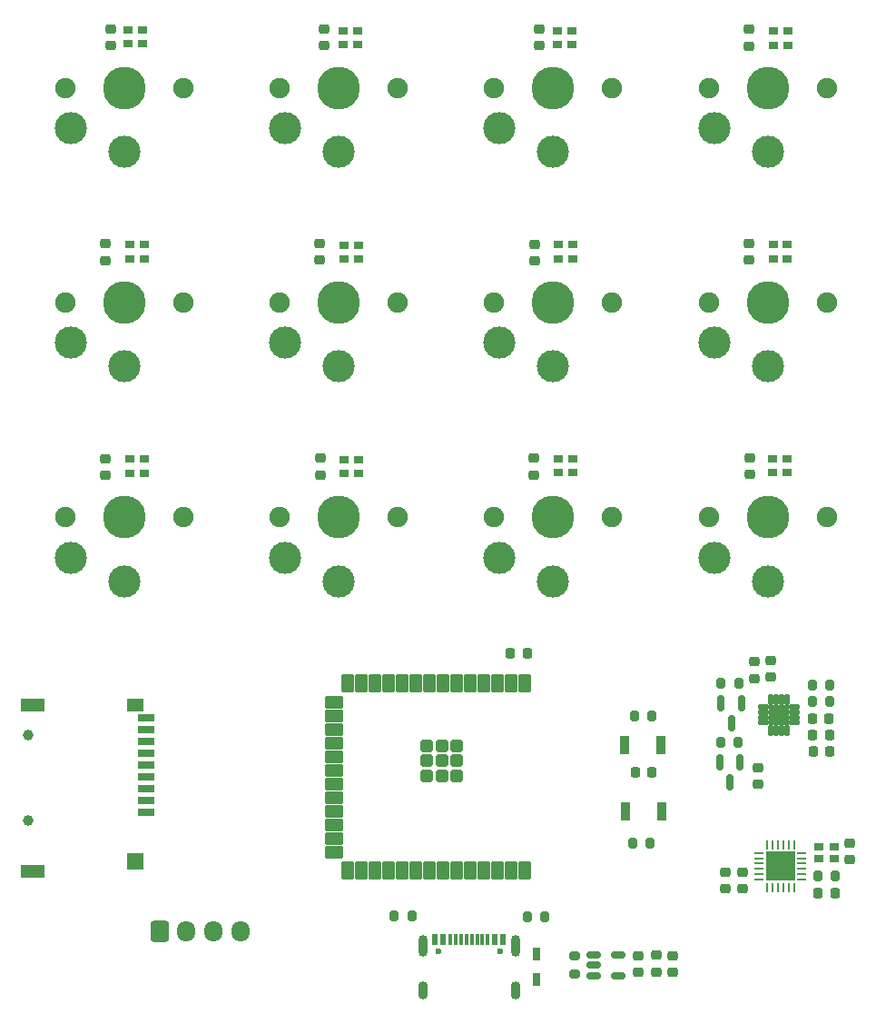
<source format=gbr>
%TF.GenerationSoftware,KiCad,Pcbnew,8.0.1*%
%TF.CreationDate,2024-09-01T11:50:54+02:00*%
%TF.ProjectId,Macro keyboard,4d616372-6f20-46b6-9579-626f6172642e,rev?*%
%TF.SameCoordinates,Original*%
%TF.FileFunction,Soldermask,Top*%
%TF.FilePolarity,Negative*%
%FSLAX46Y46*%
G04 Gerber Fmt 4.6, Leading zero omitted, Abs format (unit mm)*
G04 Created by KiCad (PCBNEW 8.0.1) date 2024-09-01 11:50:54*
%MOMM*%
%LPD*%
G01*
G04 APERTURE LIST*
G04 Aperture macros list*
%AMRoundRect*
0 Rectangle with rounded corners*
0 $1 Rounding radius*
0 $2 $3 $4 $5 $6 $7 $8 $9 X,Y pos of 4 corners*
0 Add a 4 corners polygon primitive as box body*
4,1,4,$2,$3,$4,$5,$6,$7,$8,$9,$2,$3,0*
0 Add four circle primitives for the rounded corners*
1,1,$1+$1,$2,$3*
1,1,$1+$1,$4,$5*
1,1,$1+$1,$6,$7*
1,1,$1+$1,$8,$9*
0 Add four rect primitives between the rounded corners*
20,1,$1+$1,$2,$3,$4,$5,0*
20,1,$1+$1,$4,$5,$6,$7,0*
20,1,$1+$1,$6,$7,$8,$9,0*
20,1,$1+$1,$8,$9,$2,$3,0*%
G04 Aperture macros list end*
%ADD10R,0.900000X0.800000*%
%ADD11RoundRect,0.225000X0.250000X-0.225000X0.250000X0.225000X-0.250000X0.225000X-0.250000X-0.225000X0*%
%ADD12RoundRect,0.150000X-0.150000X0.587500X-0.150000X-0.587500X0.150000X-0.587500X0.150000X0.587500X0*%
%ADD13R,0.900000X1.700000*%
%ADD14RoundRect,0.250000X-0.600000X-0.725000X0.600000X-0.725000X0.600000X0.725000X-0.600000X0.725000X0*%
%ADD15O,1.700000X1.950000*%
%ADD16R,2.200000X1.200000*%
%ADD17R,1.500000X1.600000*%
%ADD18R,1.500000X1.200000*%
%ADD19R,1.600000X0.700000*%
%ADD20C,1.000000*%
%ADD21RoundRect,0.102000X0.850000X0.850000X-0.850000X0.850000X-0.850000X-0.850000X0.850000X-0.850000X0*%
%ADD22RoundRect,0.060500X0.181500X0.461500X-0.181500X0.461500X-0.181500X-0.461500X0.181500X-0.461500X0*%
%ADD23RoundRect,0.060500X0.461500X0.181500X-0.461500X0.181500X-0.461500X-0.181500X0.461500X-0.181500X0*%
%ADD24RoundRect,0.102000X-0.750000X0.450000X-0.750000X-0.450000X0.750000X-0.450000X0.750000X0.450000X0*%
%ADD25RoundRect,0.102000X-0.450000X0.750000X-0.450000X-0.750000X0.450000X-0.750000X0.450000X0.750000X0*%
%ADD26RoundRect,0.102000X-0.450000X0.450000X-0.450000X-0.450000X0.450000X-0.450000X0.450000X0.450000X0*%
%ADD27C,1.900000*%
%ADD28C,3.000000*%
%ADD29C,3.987800*%
%ADD30O,0.900000X1.700000*%
%ADD31O,0.900000X2.000000*%
%ADD32R,0.600000X1.140000*%
%ADD33R,0.300000X1.140000*%
%ADD34C,0.600000*%
%ADD35R,0.850000X0.650000*%
%ADD36RoundRect,0.102000X-0.250000X0.525000X-0.250000X-0.525000X0.250000X-0.525000X0.250000X0.525000X0*%
%ADD37RoundRect,0.150000X-0.512500X-0.150000X0.512500X-0.150000X0.512500X0.150000X-0.512500X0.150000X0*%
%ADD38RoundRect,0.200000X-0.200000X-0.275000X0.200000X-0.275000X0.200000X0.275000X-0.200000X0.275000X0*%
%ADD39RoundRect,0.225000X-0.250000X0.225000X-0.250000X-0.225000X0.250000X-0.225000X0.250000X0.225000X0*%
%ADD40RoundRect,0.225000X-0.225000X-0.250000X0.225000X-0.250000X0.225000X0.250000X-0.225000X0.250000X0*%
%ADD41R,2.750000X2.750000*%
%ADD42RoundRect,0.062500X0.062500X0.337500X-0.062500X0.337500X-0.062500X-0.337500X0.062500X-0.337500X0*%
%ADD43RoundRect,0.062500X0.337500X0.062500X-0.337500X0.062500X-0.337500X-0.062500X0.337500X-0.062500X0*%
%ADD44RoundRect,0.200000X0.200000X0.275000X-0.200000X0.275000X-0.200000X-0.275000X0.200000X-0.275000X0*%
%ADD45RoundRect,0.200000X-0.275000X0.200000X-0.275000X-0.200000X0.275000X-0.200000X0.275000X0.200000X0*%
G04 APERTURE END LIST*
D10*
%TO.C,Y1*%
X262525000Y-121075000D03*
X263925000Y-121075000D03*
X263925000Y-119975000D03*
X262525000Y-119975000D03*
%TD*%
D11*
%TO.C,C6*%
X258064000Y-102590000D03*
X258064000Y-104140000D03*
%TD*%
D12*
%TO.C,Q2*%
X255155000Y-112055000D03*
X253255000Y-112055000D03*
X254205000Y-113930000D03*
%TD*%
%TO.C,Q1*%
X255305000Y-106555000D03*
X253405000Y-106555000D03*
X254355000Y-108430000D03*
%TD*%
D13*
%TO.C,SW2*%
X244450000Y-116700000D03*
X247850000Y-116700000D03*
%TD*%
%TO.C,SW1*%
X244400000Y-110450000D03*
X247800000Y-110450000D03*
%TD*%
D14*
%TO.C,J16*%
X201050000Y-127800000D03*
D15*
X203550000Y-127800000D03*
X206050000Y-127800000D03*
X208550000Y-127800000D03*
%TD*%
D16*
%TO.C,J15*%
X189200000Y-122250000D03*
D17*
X198800000Y-121350000D03*
D16*
X189200000Y-106750000D03*
D18*
X198800000Y-106750000D03*
D19*
X199800000Y-107950000D03*
X199800000Y-109050000D03*
X199800000Y-110150000D03*
X199800000Y-111250000D03*
X199800000Y-112350000D03*
X199800000Y-113450000D03*
X199800000Y-114550000D03*
X199800000Y-115650000D03*
X199800000Y-116750000D03*
D20*
X188800000Y-117550000D03*
X188800000Y-109550000D03*
%TD*%
D21*
%TO.C,U2*%
X258800000Y-107655000D03*
D22*
X259550000Y-109100000D03*
X259050000Y-109100000D03*
X258550000Y-109100000D03*
X258050000Y-109100000D03*
D23*
X257355000Y-108405000D03*
X257355000Y-107905000D03*
X257355000Y-107405000D03*
X257355000Y-106905000D03*
D22*
X258050000Y-106210000D03*
X258550000Y-106210000D03*
X259050000Y-106210000D03*
X259550000Y-106210000D03*
D23*
X260245000Y-106905000D03*
X260245000Y-107405000D03*
X260245000Y-107905000D03*
X260245000Y-108405000D03*
%TD*%
D24*
%TO.C,U1*%
X217310000Y-120435000D03*
X217310000Y-119165000D03*
X217310000Y-117895000D03*
X217310000Y-116625000D03*
X217310000Y-115355000D03*
X217310000Y-114085000D03*
X217310000Y-112815000D03*
X217310000Y-111545000D03*
X217310000Y-110275000D03*
X217310000Y-109005000D03*
X217310000Y-107735000D03*
D25*
X235070000Y-122200000D03*
X233800000Y-122200000D03*
X232530000Y-122200000D03*
X231260000Y-122200000D03*
X229990000Y-122200000D03*
X228720000Y-122200000D03*
X227450000Y-122200000D03*
X226180000Y-122200000D03*
X224910000Y-122200000D03*
X223640000Y-122200000D03*
X222370000Y-122200000D03*
X221100000Y-122200000D03*
X219830000Y-122200000D03*
X218560000Y-122200000D03*
D24*
X217310000Y-106465000D03*
D25*
X218560000Y-104700000D03*
X219830000Y-104700000D03*
X221100000Y-104700000D03*
X222370000Y-104700000D03*
X223640000Y-104700000D03*
X224910000Y-104700000D03*
X226180000Y-104700000D03*
X227450000Y-104700000D03*
X228720000Y-104700000D03*
X229990000Y-104700000D03*
X231260000Y-104700000D03*
X232530000Y-104700000D03*
X233800000Y-104700000D03*
D26*
X228750000Y-113350000D03*
X228750000Y-111950000D03*
X228750000Y-110550000D03*
X225950000Y-113350000D03*
X225950000Y-111950000D03*
X225950000Y-110550000D03*
X227350000Y-113350000D03*
X227350000Y-110550000D03*
D25*
X235070000Y-104700000D03*
D26*
X227350000Y-111950000D03*
%TD*%
D27*
%TO.C,J13*%
X252250000Y-89250000D03*
D28*
X252750000Y-93000000D03*
X257750000Y-95200000D03*
D29*
X257750000Y-89250000D03*
D27*
X263250000Y-89250000D03*
%TD*%
%TO.C,J12*%
X252250000Y-69250000D03*
D28*
X252750000Y-73000000D03*
X257750000Y-75200000D03*
D29*
X257750000Y-69250000D03*
D27*
X263250000Y-69250000D03*
%TD*%
%TO.C,J11*%
X252250000Y-49250000D03*
D28*
X252750000Y-53000000D03*
X257750000Y-55200000D03*
D29*
X257750000Y-49250000D03*
D27*
X263250000Y-49250000D03*
%TD*%
%TO.C,J10*%
X232250000Y-89250000D03*
D28*
X232750000Y-93000000D03*
X237750000Y-95200000D03*
D29*
X237750000Y-89250000D03*
D27*
X243250000Y-89250000D03*
%TD*%
%TO.C,J9*%
X232250000Y-69250000D03*
D28*
X232750000Y-73000000D03*
X237750000Y-75200000D03*
D29*
X237750000Y-69250000D03*
D27*
X243250000Y-69250000D03*
%TD*%
%TO.C,J8*%
X232250000Y-49250000D03*
D28*
X232750000Y-53000000D03*
X237750000Y-55200000D03*
D29*
X237750000Y-49250000D03*
D27*
X243250000Y-49250000D03*
%TD*%
%TO.C,J7*%
X212250000Y-89250000D03*
D28*
X212750000Y-93000000D03*
X217750000Y-95200000D03*
D29*
X217750000Y-89250000D03*
D27*
X223250000Y-89250000D03*
%TD*%
%TO.C,J6*%
X212250000Y-69250000D03*
D28*
X212750000Y-73000000D03*
X217750000Y-75200000D03*
D29*
X217750000Y-69250000D03*
D27*
X223250000Y-69250000D03*
%TD*%
%TO.C,J5*%
X223250000Y-49250000D03*
D29*
X217750000Y-49250000D03*
D28*
X217750000Y-55200000D03*
X212750000Y-53000000D03*
D27*
X212250000Y-49250000D03*
%TD*%
%TO.C,J4*%
X192250000Y-89250000D03*
D28*
X192750000Y-93000000D03*
X197750000Y-95200000D03*
D29*
X197750000Y-89250000D03*
D27*
X203250000Y-89250000D03*
%TD*%
%TO.C,J3*%
X192250000Y-69250000D03*
D28*
X192750000Y-73000000D03*
X197750000Y-75200000D03*
D29*
X197750000Y-69250000D03*
D27*
X203250000Y-69250000D03*
%TD*%
%TO.C,J2*%
X203250000Y-49250000D03*
D29*
X197750000Y-49250000D03*
D28*
X197750000Y-55200000D03*
X192750000Y-53000000D03*
D27*
X192250000Y-49250000D03*
%TD*%
D30*
%TO.C,J1*%
X234225000Y-133350000D03*
D31*
X234225000Y-129170000D03*
D30*
X225575000Y-133350000D03*
D31*
X225575000Y-129170000D03*
D32*
X226700000Y-128590000D03*
X227500000Y-128590000D03*
D33*
X228150000Y-128590000D03*
X229150000Y-128590000D03*
X230650000Y-128590000D03*
X231650000Y-128590000D03*
D32*
X232300000Y-128590000D03*
X233100000Y-128590000D03*
X233100000Y-128590000D03*
X232300000Y-128590000D03*
D33*
X231150000Y-128590000D03*
X230150000Y-128590000D03*
X229650000Y-128590000D03*
X228650000Y-128590000D03*
D32*
X227500000Y-128590000D03*
X226700000Y-128590000D03*
D34*
X232790000Y-129660000D03*
X227010000Y-129660000D03*
%TD*%
D35*
%TO.C,D13*%
X258200000Y-85100000D03*
X258200000Y-83800000D03*
X259550000Y-83800000D03*
X259550000Y-85100000D03*
%TD*%
%TO.C,D12*%
X258250000Y-65150000D03*
X258250000Y-63850000D03*
X259600000Y-63850000D03*
X259600000Y-65150000D03*
%TD*%
%TO.C,D11*%
X258275000Y-45250000D03*
X258275000Y-43950000D03*
X259625000Y-43950000D03*
X259625000Y-45250000D03*
%TD*%
%TO.C,D10*%
X238250000Y-85100000D03*
X238250000Y-83800000D03*
X239600000Y-83800000D03*
X239600000Y-85100000D03*
%TD*%
%TO.C,D9*%
X238250000Y-65150000D03*
X238250000Y-63850000D03*
X239600000Y-63850000D03*
X239600000Y-65150000D03*
%TD*%
%TO.C,D8*%
X238175000Y-45200000D03*
X238175000Y-43900000D03*
X239525000Y-43900000D03*
X239525000Y-45200000D03*
%TD*%
%TO.C,D7*%
X218250000Y-85200000D03*
X218250000Y-83900000D03*
X219600000Y-83900000D03*
X219600000Y-85200000D03*
%TD*%
%TO.C,D6*%
X218250000Y-65200000D03*
X218250000Y-63900000D03*
X219600000Y-63900000D03*
X219600000Y-65200000D03*
%TD*%
%TO.C,D5*%
X218125000Y-45200000D03*
X218125000Y-43900000D03*
X219475000Y-43900000D03*
X219475000Y-45200000D03*
%TD*%
%TO.C,D4*%
X198250000Y-85150000D03*
X198250000Y-83850000D03*
X199600000Y-83850000D03*
X199600000Y-85150000D03*
%TD*%
%TO.C,D3*%
X198250000Y-65150000D03*
X198250000Y-63850000D03*
X199600000Y-63850000D03*
X199600000Y-65150000D03*
%TD*%
%TO.C,D2*%
X198125000Y-45150000D03*
X198125000Y-43850000D03*
X199475000Y-43850000D03*
X199475000Y-45150000D03*
%TD*%
D36*
%TO.C,D1*%
X236200000Y-132335000D03*
X236200000Y-129965000D03*
%TD*%
D37*
%TO.C,U3*%
X241527500Y-130060000D03*
X241527500Y-131010000D03*
X241527500Y-131960000D03*
X243802500Y-131960000D03*
X243802500Y-130060000D03*
%TD*%
D38*
%TO.C,R12*%
X245125000Y-119650000D03*
X246775000Y-119650000D03*
%TD*%
%TO.C,R11*%
X245325000Y-107800000D03*
X246975000Y-107800000D03*
%TD*%
%TO.C,R10*%
X264075000Y-122675000D03*
X262425000Y-122675000D03*
%TD*%
D39*
%TO.C,C27*%
X245700000Y-130100000D03*
X245700000Y-131650000D03*
%TD*%
%TO.C,C26*%
X247350000Y-130075000D03*
X247350000Y-131625000D03*
%TD*%
%TO.C,C25*%
X248900000Y-130100000D03*
X248900000Y-131650000D03*
%TD*%
D11*
%TO.C,C24*%
X256050000Y-85275000D03*
X256050000Y-83725000D03*
%TD*%
%TO.C,C23*%
X196000000Y-85325000D03*
X196000000Y-83775000D03*
%TD*%
%TO.C,C22*%
X216000000Y-85300000D03*
X216000000Y-83750000D03*
%TD*%
%TO.C,C21*%
X235950000Y-85300000D03*
X235950000Y-83750000D03*
%TD*%
%TO.C,C20*%
X256000000Y-65300000D03*
X256000000Y-63750000D03*
%TD*%
%TO.C,C19*%
X236000000Y-65350000D03*
X236000000Y-63800000D03*
%TD*%
%TO.C,C18*%
X215950000Y-65275000D03*
X215950000Y-63725000D03*
%TD*%
%TO.C,C17*%
X196000000Y-65325000D03*
X196000000Y-63775000D03*
%TD*%
%TO.C,C16*%
X256000000Y-45350000D03*
X256000000Y-43800000D03*
%TD*%
%TO.C,C15*%
X236450000Y-45275000D03*
X236450000Y-43725000D03*
%TD*%
%TO.C,C14*%
X216400000Y-45325000D03*
X216400000Y-43775000D03*
%TD*%
%TO.C,C13*%
X196450000Y-45325000D03*
X196450000Y-43775000D03*
%TD*%
D40*
%TO.C,C12*%
X233775000Y-101950000D03*
X235325000Y-101950000D03*
%TD*%
%TO.C,C11*%
X245425000Y-113000000D03*
X246975000Y-113000000D03*
%TD*%
D39*
%TO.C,C10*%
X265430000Y-119621000D03*
X265430000Y-121171000D03*
%TD*%
D40*
%TO.C,C9*%
X264025000Y-124275000D03*
X262475000Y-124275000D03*
%TD*%
D11*
%TO.C,C8*%
X255400000Y-123900000D03*
X255400000Y-122350000D03*
%TD*%
%TO.C,C7*%
X253800000Y-123900000D03*
X253800000Y-122350000D03*
%TD*%
D41*
%TO.C,U4*%
X258950000Y-121775000D03*
D42*
X260200000Y-123750000D03*
X259700000Y-123750000D03*
X259200000Y-123750000D03*
X258700000Y-123750000D03*
X258200000Y-123750000D03*
X257700000Y-123750000D03*
D43*
X256975000Y-123025000D03*
X256975000Y-122525000D03*
X256975000Y-122025000D03*
X256975000Y-121525000D03*
X256975000Y-121025000D03*
X256975000Y-120525000D03*
D42*
X257700000Y-119800000D03*
X258200000Y-119800000D03*
X258700000Y-119800000D03*
X259200000Y-119800000D03*
X259700000Y-119800000D03*
X260200000Y-119800000D03*
D43*
X260925000Y-120525000D03*
X260925000Y-121025000D03*
X260925000Y-121525000D03*
X260925000Y-122025000D03*
X260925000Y-122525000D03*
X260925000Y-123025000D03*
%TD*%
D38*
%TO.C,R8*%
X235325000Y-126450000D03*
X236975000Y-126450000D03*
%TD*%
%TO.C,R7*%
X222925000Y-126400000D03*
X224575000Y-126400000D03*
%TD*%
D44*
%TO.C,R6*%
X263570000Y-106455000D03*
X261920000Y-106455000D03*
%TD*%
D38*
%TO.C,R5*%
X261920000Y-104905000D03*
X263570000Y-104905000D03*
%TD*%
D45*
%TO.C,R3*%
X239750000Y-130150000D03*
X239750000Y-131800000D03*
%TD*%
D38*
%TO.C,R2*%
X253405000Y-104705000D03*
X255055000Y-104705000D03*
%TD*%
%TO.C,R1*%
X253380000Y-110205000D03*
X255030000Y-110205000D03*
%TD*%
D40*
%TO.C,C5*%
X261955000Y-109555000D03*
X263505000Y-109555000D03*
%TD*%
%TO.C,C4*%
X261930000Y-108005000D03*
X263480000Y-108005000D03*
%TD*%
%TO.C,C3*%
X261980000Y-111105000D03*
X263530000Y-111105000D03*
%TD*%
D11*
%TO.C,C2*%
X256855000Y-114155000D03*
X256855000Y-112605000D03*
%TD*%
D39*
%TO.C,C1*%
X256550000Y-102725000D03*
X256550000Y-104275000D03*
%TD*%
M02*

</source>
